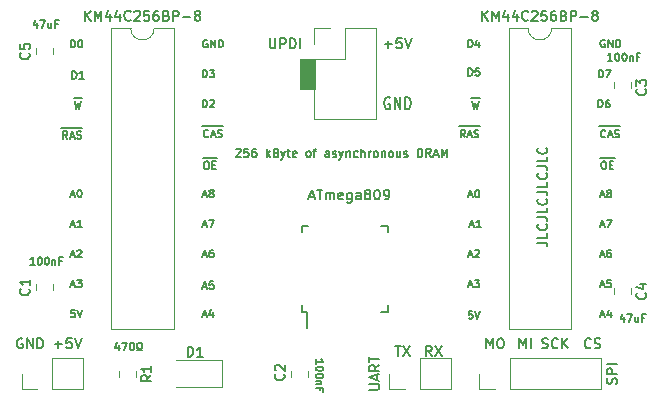
<source format=gto>
G04 #@! TF.GenerationSoftware,KiCad,Pcbnew,5.1.4*
G04 #@! TF.CreationDate,2019-11-08T16:48:00+01:00*
G04 #@! TF.ProjectId,AsyncDRAM,4173796e-6344-4524-914d-2e6b69636164,rev?*
G04 #@! TF.SameCoordinates,Original*
G04 #@! TF.FileFunction,Legend,Top*
G04 #@! TF.FilePolarity,Positive*
%FSLAX46Y46*%
G04 Gerber Fmt 4.6, Leading zero omitted, Abs format (unit mm)*
G04 Created by KiCad (PCBNEW 5.1.4) date 2019-11-08 16:48:00*
%MOMM*%
%LPD*%
G04 APERTURE LIST*
%ADD10C,0.150000*%
%ADD11C,0.100000*%
%ADD12C,0.120000*%
G04 APERTURE END LIST*
D10*
X34603266Y-174049266D02*
X34637133Y-174015400D01*
X34704866Y-173981533D01*
X34874200Y-173981533D01*
X34941933Y-174015400D01*
X34975800Y-174049266D01*
X35009666Y-174117000D01*
X35009666Y-174184733D01*
X34975800Y-174286333D01*
X34569400Y-174692733D01*
X35009666Y-174692733D01*
X35653133Y-173981533D02*
X35314466Y-173981533D01*
X35280600Y-174320200D01*
X35314466Y-174286333D01*
X35382200Y-174252466D01*
X35551533Y-174252466D01*
X35619266Y-174286333D01*
X35653133Y-174320200D01*
X35687000Y-174387933D01*
X35687000Y-174557266D01*
X35653133Y-174625000D01*
X35619266Y-174658866D01*
X35551533Y-174692733D01*
X35382200Y-174692733D01*
X35314466Y-174658866D01*
X35280600Y-174625000D01*
X36296600Y-173981533D02*
X36161133Y-173981533D01*
X36093400Y-174015400D01*
X36059533Y-174049266D01*
X35991800Y-174150866D01*
X35957933Y-174286333D01*
X35957933Y-174557266D01*
X35991800Y-174625000D01*
X36025666Y-174658866D01*
X36093400Y-174692733D01*
X36228866Y-174692733D01*
X36296600Y-174658866D01*
X36330466Y-174625000D01*
X36364333Y-174557266D01*
X36364333Y-174387933D01*
X36330466Y-174320200D01*
X36296600Y-174286333D01*
X36228866Y-174252466D01*
X36093400Y-174252466D01*
X36025666Y-174286333D01*
X35991800Y-174320200D01*
X35957933Y-174387933D01*
X37211000Y-174692733D02*
X37211000Y-173981533D01*
X37278733Y-174421800D02*
X37481933Y-174692733D01*
X37481933Y-174218600D02*
X37211000Y-174489533D01*
X38023800Y-174320200D02*
X38125400Y-174354066D01*
X38159266Y-174387933D01*
X38193133Y-174455666D01*
X38193133Y-174557266D01*
X38159266Y-174625000D01*
X38125400Y-174658866D01*
X38057666Y-174692733D01*
X37786733Y-174692733D01*
X37786733Y-173981533D01*
X38023800Y-173981533D01*
X38091533Y-174015400D01*
X38125400Y-174049266D01*
X38159266Y-174117000D01*
X38159266Y-174184733D01*
X38125400Y-174252466D01*
X38091533Y-174286333D01*
X38023800Y-174320200D01*
X37786733Y-174320200D01*
X38430200Y-174218600D02*
X38599533Y-174692733D01*
X38768866Y-174218600D02*
X38599533Y-174692733D01*
X38531800Y-174862066D01*
X38497933Y-174895933D01*
X38430200Y-174929800D01*
X38938200Y-174218600D02*
X39209133Y-174218600D01*
X39039800Y-173981533D02*
X39039800Y-174591133D01*
X39073666Y-174658866D01*
X39141400Y-174692733D01*
X39209133Y-174692733D01*
X39717133Y-174658866D02*
X39649400Y-174692733D01*
X39513933Y-174692733D01*
X39446200Y-174658866D01*
X39412333Y-174591133D01*
X39412333Y-174320200D01*
X39446200Y-174252466D01*
X39513933Y-174218600D01*
X39649400Y-174218600D01*
X39717133Y-174252466D01*
X39751000Y-174320200D01*
X39751000Y-174387933D01*
X39412333Y-174455666D01*
X40699266Y-174692733D02*
X40631533Y-174658866D01*
X40597666Y-174625000D01*
X40563800Y-174557266D01*
X40563800Y-174354066D01*
X40597666Y-174286333D01*
X40631533Y-174252466D01*
X40699266Y-174218600D01*
X40800866Y-174218600D01*
X40868600Y-174252466D01*
X40902466Y-174286333D01*
X40936333Y-174354066D01*
X40936333Y-174557266D01*
X40902466Y-174625000D01*
X40868600Y-174658866D01*
X40800866Y-174692733D01*
X40699266Y-174692733D01*
X41139533Y-174218600D02*
X41410466Y-174218600D01*
X41241133Y-174692733D02*
X41241133Y-174083133D01*
X41275000Y-174015400D01*
X41342733Y-173981533D01*
X41410466Y-173981533D01*
X42494200Y-174692733D02*
X42494200Y-174320200D01*
X42460333Y-174252466D01*
X42392600Y-174218600D01*
X42257133Y-174218600D01*
X42189400Y-174252466D01*
X42494200Y-174658866D02*
X42426466Y-174692733D01*
X42257133Y-174692733D01*
X42189400Y-174658866D01*
X42155533Y-174591133D01*
X42155533Y-174523400D01*
X42189400Y-174455666D01*
X42257133Y-174421800D01*
X42426466Y-174421800D01*
X42494200Y-174387933D01*
X42799000Y-174658866D02*
X42866733Y-174692733D01*
X43002200Y-174692733D01*
X43069933Y-174658866D01*
X43103800Y-174591133D01*
X43103800Y-174557266D01*
X43069933Y-174489533D01*
X43002200Y-174455666D01*
X42900600Y-174455666D01*
X42832866Y-174421800D01*
X42799000Y-174354066D01*
X42799000Y-174320200D01*
X42832866Y-174252466D01*
X42900600Y-174218600D01*
X43002200Y-174218600D01*
X43069933Y-174252466D01*
X43340866Y-174218600D02*
X43510200Y-174692733D01*
X43679533Y-174218600D02*
X43510200Y-174692733D01*
X43442466Y-174862066D01*
X43408600Y-174895933D01*
X43340866Y-174929800D01*
X43950466Y-174218600D02*
X43950466Y-174692733D01*
X43950466Y-174286333D02*
X43984333Y-174252466D01*
X44052066Y-174218600D01*
X44153666Y-174218600D01*
X44221400Y-174252466D01*
X44255266Y-174320200D01*
X44255266Y-174692733D01*
X44898733Y-174658866D02*
X44831000Y-174692733D01*
X44695533Y-174692733D01*
X44627800Y-174658866D01*
X44593933Y-174625000D01*
X44560066Y-174557266D01*
X44560066Y-174354066D01*
X44593933Y-174286333D01*
X44627800Y-174252466D01*
X44695533Y-174218600D01*
X44831000Y-174218600D01*
X44898733Y-174252466D01*
X45203533Y-174692733D02*
X45203533Y-173981533D01*
X45508333Y-174692733D02*
X45508333Y-174320200D01*
X45474466Y-174252466D01*
X45406733Y-174218600D01*
X45305133Y-174218600D01*
X45237400Y-174252466D01*
X45203533Y-174286333D01*
X45847000Y-174692733D02*
X45847000Y-174218600D01*
X45847000Y-174354066D02*
X45880866Y-174286333D01*
X45914733Y-174252466D01*
X45982466Y-174218600D01*
X46050200Y-174218600D01*
X46388866Y-174692733D02*
X46321133Y-174658866D01*
X46287266Y-174625000D01*
X46253400Y-174557266D01*
X46253400Y-174354066D01*
X46287266Y-174286333D01*
X46321133Y-174252466D01*
X46388866Y-174218600D01*
X46490466Y-174218600D01*
X46558200Y-174252466D01*
X46592066Y-174286333D01*
X46625933Y-174354066D01*
X46625933Y-174557266D01*
X46592066Y-174625000D01*
X46558200Y-174658866D01*
X46490466Y-174692733D01*
X46388866Y-174692733D01*
X46930733Y-174218600D02*
X46930733Y-174692733D01*
X46930733Y-174286333D02*
X46964600Y-174252466D01*
X47032333Y-174218600D01*
X47133933Y-174218600D01*
X47201666Y-174252466D01*
X47235533Y-174320200D01*
X47235533Y-174692733D01*
X47675800Y-174692733D02*
X47608066Y-174658866D01*
X47574200Y-174625000D01*
X47540333Y-174557266D01*
X47540333Y-174354066D01*
X47574200Y-174286333D01*
X47608066Y-174252466D01*
X47675800Y-174218600D01*
X47777400Y-174218600D01*
X47845133Y-174252466D01*
X47879000Y-174286333D01*
X47912866Y-174354066D01*
X47912866Y-174557266D01*
X47879000Y-174625000D01*
X47845133Y-174658866D01*
X47777400Y-174692733D01*
X47675800Y-174692733D01*
X48522466Y-174218600D02*
X48522466Y-174692733D01*
X48217666Y-174218600D02*
X48217666Y-174591133D01*
X48251533Y-174658866D01*
X48319266Y-174692733D01*
X48420866Y-174692733D01*
X48488600Y-174658866D01*
X48522466Y-174625000D01*
X48827266Y-174658866D02*
X48895000Y-174692733D01*
X49030466Y-174692733D01*
X49098200Y-174658866D01*
X49132066Y-174591133D01*
X49132066Y-174557266D01*
X49098200Y-174489533D01*
X49030466Y-174455666D01*
X48928866Y-174455666D01*
X48861133Y-174421800D01*
X48827266Y-174354066D01*
X48827266Y-174320200D01*
X48861133Y-174252466D01*
X48928866Y-174218600D01*
X49030466Y-174218600D01*
X49098200Y-174252466D01*
X49978733Y-174692733D02*
X49978733Y-173981533D01*
X50148066Y-173981533D01*
X50249666Y-174015400D01*
X50317400Y-174083133D01*
X50351266Y-174150866D01*
X50385133Y-174286333D01*
X50385133Y-174387933D01*
X50351266Y-174523400D01*
X50317400Y-174591133D01*
X50249666Y-174658866D01*
X50148066Y-174692733D01*
X49978733Y-174692733D01*
X51096333Y-174692733D02*
X50859266Y-174354066D01*
X50689933Y-174692733D02*
X50689933Y-173981533D01*
X50960866Y-173981533D01*
X51028600Y-174015400D01*
X51062466Y-174049266D01*
X51096333Y-174117000D01*
X51096333Y-174218600D01*
X51062466Y-174286333D01*
X51028600Y-174320200D01*
X50960866Y-174354066D01*
X50689933Y-174354066D01*
X51367266Y-174489533D02*
X51705933Y-174489533D01*
X51299533Y-174692733D02*
X51536600Y-173981533D01*
X51773666Y-174692733D01*
X52010733Y-174692733D02*
X52010733Y-173981533D01*
X52247800Y-174489533D01*
X52484866Y-173981533D01*
X52484866Y-174692733D01*
X65459428Y-188091233D02*
X65761809Y-188091233D01*
X65398952Y-188272661D02*
X65610619Y-187637661D01*
X65822285Y-188272661D01*
X66306095Y-187849328D02*
X66306095Y-188272661D01*
X66154904Y-187607423D02*
X66003714Y-188060995D01*
X66396809Y-188060995D01*
X65459428Y-185525833D02*
X65761809Y-185525833D01*
X65398952Y-185707261D02*
X65610619Y-185072261D01*
X65822285Y-185707261D01*
X66336333Y-185072261D02*
X66033952Y-185072261D01*
X66003714Y-185374642D01*
X66033952Y-185344404D01*
X66094428Y-185314166D01*
X66245619Y-185314166D01*
X66306095Y-185344404D01*
X66336333Y-185374642D01*
X66366571Y-185435119D01*
X66366571Y-185586309D01*
X66336333Y-185646785D01*
X66306095Y-185677023D01*
X66245619Y-185707261D01*
X66094428Y-185707261D01*
X66033952Y-185677023D01*
X66003714Y-185646785D01*
X65459428Y-182985833D02*
X65761809Y-182985833D01*
X65398952Y-183167261D02*
X65610619Y-182532261D01*
X65822285Y-183167261D01*
X66306095Y-182532261D02*
X66185142Y-182532261D01*
X66124666Y-182562500D01*
X66094428Y-182592738D01*
X66033952Y-182683452D01*
X66003714Y-182804404D01*
X66003714Y-183046309D01*
X66033952Y-183106785D01*
X66064190Y-183137023D01*
X66124666Y-183167261D01*
X66245619Y-183167261D01*
X66306095Y-183137023D01*
X66336333Y-183106785D01*
X66366571Y-183046309D01*
X66366571Y-182895119D01*
X66336333Y-182834642D01*
X66306095Y-182804404D01*
X66245619Y-182774166D01*
X66124666Y-182774166D01*
X66064190Y-182804404D01*
X66033952Y-182834642D01*
X66003714Y-182895119D01*
X65459428Y-180445833D02*
X65761809Y-180445833D01*
X65398952Y-180627261D02*
X65610619Y-179992261D01*
X65822285Y-180627261D01*
X65973476Y-179992261D02*
X66396809Y-179992261D01*
X66124666Y-180627261D01*
X65459428Y-177931233D02*
X65761809Y-177931233D01*
X65398952Y-178112661D02*
X65610619Y-177477661D01*
X65822285Y-178112661D01*
X66124666Y-177749804D02*
X66064190Y-177719566D01*
X66033952Y-177689328D01*
X66003714Y-177628852D01*
X66003714Y-177598614D01*
X66033952Y-177538138D01*
X66064190Y-177507900D01*
X66124666Y-177477661D01*
X66245619Y-177477661D01*
X66306095Y-177507900D01*
X66336333Y-177538138D01*
X66366571Y-177598614D01*
X66366571Y-177628852D01*
X66336333Y-177689328D01*
X66306095Y-177719566D01*
X66245619Y-177749804D01*
X66124666Y-177749804D01*
X66064190Y-177780042D01*
X66033952Y-177810280D01*
X66003714Y-177870757D01*
X66003714Y-177991709D01*
X66033952Y-178052185D01*
X66064190Y-178082423D01*
X66124666Y-178112661D01*
X66245619Y-178112661D01*
X66306095Y-178082423D01*
X66336333Y-178052185D01*
X66366571Y-177991709D01*
X66366571Y-177870757D01*
X66336333Y-177810280D01*
X66306095Y-177780042D01*
X66245619Y-177749804D01*
X65420119Y-174734800D02*
X66085357Y-174734800D01*
X65692261Y-175039261D02*
X65813214Y-175039261D01*
X65873690Y-175069500D01*
X65934166Y-175129976D01*
X65964404Y-175250928D01*
X65964404Y-175462595D01*
X65934166Y-175583547D01*
X65873690Y-175644023D01*
X65813214Y-175674261D01*
X65692261Y-175674261D01*
X65631785Y-175644023D01*
X65571309Y-175583547D01*
X65541071Y-175462595D01*
X65541071Y-175250928D01*
X65571309Y-175129976D01*
X65631785Y-175069500D01*
X65692261Y-175039261D01*
X66085357Y-174734800D02*
X66659880Y-174734800D01*
X66236547Y-175341642D02*
X66448214Y-175341642D01*
X66538928Y-175674261D02*
X66236547Y-175674261D01*
X66236547Y-175039261D01*
X66538928Y-175039261D01*
X65363876Y-172093200D02*
X65998876Y-172093200D01*
X65877923Y-172972185D02*
X65847685Y-173002423D01*
X65756971Y-173032661D01*
X65696495Y-173032661D01*
X65605780Y-173002423D01*
X65545304Y-172941947D01*
X65515066Y-172881471D01*
X65484828Y-172760519D01*
X65484828Y-172669804D01*
X65515066Y-172548852D01*
X65545304Y-172488376D01*
X65605780Y-172427900D01*
X65696495Y-172397661D01*
X65756971Y-172397661D01*
X65847685Y-172427900D01*
X65877923Y-172458138D01*
X65998876Y-172093200D02*
X66543161Y-172093200D01*
X66119828Y-172851233D02*
X66422209Y-172851233D01*
X66059352Y-173032661D02*
X66271019Y-172397661D01*
X66482685Y-173032661D01*
X66543161Y-172093200D02*
X67147923Y-172093200D01*
X66664114Y-173002423D02*
X66754828Y-173032661D01*
X66906019Y-173032661D01*
X66966495Y-173002423D01*
X66996733Y-172972185D01*
X67026971Y-172911709D01*
X67026971Y-172851233D01*
X66996733Y-172790757D01*
X66966495Y-172760519D01*
X66906019Y-172730280D01*
X66785066Y-172700042D01*
X66724590Y-172669804D01*
X66694352Y-172639566D01*
X66664114Y-172579090D01*
X66664114Y-172518614D01*
X66694352Y-172458138D01*
X66724590Y-172427900D01*
X66785066Y-172397661D01*
X66936257Y-172397661D01*
X67026971Y-172427900D01*
X65279209Y-170492661D02*
X65279209Y-169857661D01*
X65430400Y-169857661D01*
X65521114Y-169887900D01*
X65581590Y-169948376D01*
X65611828Y-170008852D01*
X65642066Y-170129804D01*
X65642066Y-170220519D01*
X65611828Y-170341471D01*
X65581590Y-170401947D01*
X65521114Y-170462423D01*
X65430400Y-170492661D01*
X65279209Y-170492661D01*
X66186352Y-169857661D02*
X66065400Y-169857661D01*
X66004923Y-169887900D01*
X65974685Y-169918138D01*
X65914209Y-170008852D01*
X65883971Y-170129804D01*
X65883971Y-170371709D01*
X65914209Y-170432185D01*
X65944447Y-170462423D01*
X66004923Y-170492661D01*
X66125876Y-170492661D01*
X66186352Y-170462423D01*
X66216590Y-170432185D01*
X66246828Y-170371709D01*
X66246828Y-170220519D01*
X66216590Y-170160042D01*
X66186352Y-170129804D01*
X66125876Y-170099566D01*
X66004923Y-170099566D01*
X65944447Y-170129804D01*
X65914209Y-170160042D01*
X65883971Y-170220519D01*
X65317309Y-167952661D02*
X65317309Y-167317661D01*
X65468500Y-167317661D01*
X65559214Y-167347900D01*
X65619690Y-167408376D01*
X65649928Y-167468852D01*
X65680166Y-167589804D01*
X65680166Y-167680519D01*
X65649928Y-167801471D01*
X65619690Y-167861947D01*
X65559214Y-167922423D01*
X65468500Y-167952661D01*
X65317309Y-167952661D01*
X65891833Y-167317661D02*
X66315166Y-167317661D01*
X66043023Y-167952661D01*
X65810190Y-164782500D02*
X65749714Y-164752261D01*
X65659000Y-164752261D01*
X65568285Y-164782500D01*
X65507809Y-164842976D01*
X65477571Y-164903452D01*
X65447333Y-165024404D01*
X65447333Y-165115119D01*
X65477571Y-165236071D01*
X65507809Y-165296547D01*
X65568285Y-165357023D01*
X65659000Y-165387261D01*
X65719476Y-165387261D01*
X65810190Y-165357023D01*
X65840428Y-165326785D01*
X65840428Y-165115119D01*
X65719476Y-165115119D01*
X66112571Y-165387261D02*
X66112571Y-164752261D01*
X66475428Y-165387261D01*
X66475428Y-164752261D01*
X66777809Y-165387261D02*
X66777809Y-164752261D01*
X66929000Y-164752261D01*
X67019714Y-164782500D01*
X67080190Y-164842976D01*
X67110428Y-164903452D01*
X67140666Y-165024404D01*
X67140666Y-165115119D01*
X67110428Y-165236071D01*
X67080190Y-165296547D01*
X67019714Y-165357023D01*
X66929000Y-165387261D01*
X66777809Y-165387261D01*
X54616047Y-187739261D02*
X54313666Y-187739261D01*
X54283428Y-188041642D01*
X54313666Y-188011404D01*
X54374142Y-187981166D01*
X54525333Y-187981166D01*
X54585809Y-188011404D01*
X54616047Y-188041642D01*
X54646285Y-188102119D01*
X54646285Y-188253309D01*
X54616047Y-188313785D01*
X54585809Y-188344023D01*
X54525333Y-188374261D01*
X54374142Y-188374261D01*
X54313666Y-188344023D01*
X54283428Y-188313785D01*
X54827714Y-187739261D02*
X55039380Y-188374261D01*
X55251047Y-187739261D01*
X54283428Y-185525833D02*
X54585809Y-185525833D01*
X54222952Y-185707261D02*
X54434619Y-185072261D01*
X54646285Y-185707261D01*
X54797476Y-185072261D02*
X55190571Y-185072261D01*
X54978904Y-185314166D01*
X55069619Y-185314166D01*
X55130095Y-185344404D01*
X55160333Y-185374642D01*
X55190571Y-185435119D01*
X55190571Y-185586309D01*
X55160333Y-185646785D01*
X55130095Y-185677023D01*
X55069619Y-185707261D01*
X54888190Y-185707261D01*
X54827714Y-185677023D01*
X54797476Y-185646785D01*
X54283428Y-182985833D02*
X54585809Y-182985833D01*
X54222952Y-183167261D02*
X54434619Y-182532261D01*
X54646285Y-183167261D01*
X54827714Y-182592738D02*
X54857952Y-182562500D01*
X54918428Y-182532261D01*
X55069619Y-182532261D01*
X55130095Y-182562500D01*
X55160333Y-182592738D01*
X55190571Y-182653214D01*
X55190571Y-182713690D01*
X55160333Y-182804404D01*
X54797476Y-183167261D01*
X55190571Y-183167261D01*
X54410428Y-180471233D02*
X54712809Y-180471233D01*
X54349952Y-180652661D02*
X54561619Y-180017661D01*
X54773285Y-180652661D01*
X55317571Y-180652661D02*
X54954714Y-180652661D01*
X55136142Y-180652661D02*
X55136142Y-180017661D01*
X55075666Y-180108376D01*
X55015190Y-180168852D01*
X54954714Y-180199090D01*
X54283428Y-177931233D02*
X54585809Y-177931233D01*
X54222952Y-178112661D02*
X54434619Y-177477661D01*
X54646285Y-178112661D01*
X54978904Y-177477661D02*
X55039380Y-177477661D01*
X55099857Y-177507900D01*
X55130095Y-177538138D01*
X55160333Y-177598614D01*
X55190571Y-177719566D01*
X55190571Y-177870757D01*
X55160333Y-177991709D01*
X55130095Y-178052185D01*
X55099857Y-178082423D01*
X55039380Y-178112661D01*
X54978904Y-178112661D01*
X54918428Y-178082423D01*
X54888190Y-178052185D01*
X54857952Y-177991709D01*
X54827714Y-177870757D01*
X54827714Y-177719566D01*
X54857952Y-177598614D01*
X54888190Y-177538138D01*
X54918428Y-177507900D01*
X54978904Y-177477661D01*
X53463976Y-172093200D02*
X54098976Y-172093200D01*
X53978023Y-173032661D02*
X53766357Y-172730280D01*
X53615166Y-173032661D02*
X53615166Y-172397661D01*
X53857071Y-172397661D01*
X53917547Y-172427900D01*
X53947785Y-172458138D01*
X53978023Y-172518614D01*
X53978023Y-172609328D01*
X53947785Y-172669804D01*
X53917547Y-172700042D01*
X53857071Y-172730280D01*
X53615166Y-172730280D01*
X54098976Y-172093200D02*
X54643261Y-172093200D01*
X54219928Y-172851233D02*
X54522309Y-172851233D01*
X54159452Y-173032661D02*
X54371119Y-172397661D01*
X54582785Y-173032661D01*
X54643261Y-172093200D02*
X55248023Y-172093200D01*
X54764214Y-173002423D02*
X54854928Y-173032661D01*
X55006119Y-173032661D01*
X55066595Y-173002423D01*
X55096833Y-172972185D01*
X55127071Y-172911709D01*
X55127071Y-172851233D01*
X55096833Y-172790757D01*
X55066595Y-172760519D01*
X55006119Y-172730280D01*
X54885166Y-172700042D01*
X54824690Y-172669804D01*
X54794452Y-172639566D01*
X54764214Y-172579090D01*
X54764214Y-172518614D01*
X54794452Y-172458138D01*
X54824690Y-172427900D01*
X54885166Y-172397661D01*
X55036357Y-172397661D01*
X55127071Y-172427900D01*
X54501142Y-169654800D02*
X55226857Y-169654800D01*
X54591857Y-169959261D02*
X54743047Y-170594261D01*
X54864000Y-170140690D01*
X54984952Y-170594261D01*
X55136142Y-169959261D01*
X54268309Y-167800261D02*
X54268309Y-167165261D01*
X54419500Y-167165261D01*
X54510214Y-167195500D01*
X54570690Y-167255976D01*
X54600928Y-167316452D01*
X54631166Y-167437404D01*
X54631166Y-167528119D01*
X54600928Y-167649071D01*
X54570690Y-167709547D01*
X54510214Y-167770023D01*
X54419500Y-167800261D01*
X54268309Y-167800261D01*
X55205690Y-167165261D02*
X54903309Y-167165261D01*
X54873071Y-167467642D01*
X54903309Y-167437404D01*
X54963785Y-167407166D01*
X55114976Y-167407166D01*
X55175452Y-167437404D01*
X55205690Y-167467642D01*
X55235928Y-167528119D01*
X55235928Y-167679309D01*
X55205690Y-167739785D01*
X55175452Y-167770023D01*
X55114976Y-167800261D01*
X54963785Y-167800261D01*
X54903309Y-167770023D01*
X54873071Y-167739785D01*
X54268309Y-165412661D02*
X54268309Y-164777661D01*
X54419500Y-164777661D01*
X54510214Y-164807900D01*
X54570690Y-164868376D01*
X54600928Y-164928852D01*
X54631166Y-165049804D01*
X54631166Y-165140519D01*
X54600928Y-165261471D01*
X54570690Y-165321947D01*
X54510214Y-165382423D01*
X54419500Y-165412661D01*
X54268309Y-165412661D01*
X55175452Y-164989328D02*
X55175452Y-165412661D01*
X55024261Y-164747423D02*
X54873071Y-165200995D01*
X55266166Y-165200995D01*
X31804428Y-188065833D02*
X32106809Y-188065833D01*
X31743952Y-188247261D02*
X31955619Y-187612261D01*
X32167285Y-188247261D01*
X32651095Y-187823928D02*
X32651095Y-188247261D01*
X32499904Y-187582023D02*
X32348714Y-188035595D01*
X32741809Y-188035595D01*
X31804428Y-185678233D02*
X32106809Y-185678233D01*
X31743952Y-185859661D02*
X31955619Y-185224661D01*
X32167285Y-185859661D01*
X32681333Y-185224661D02*
X32378952Y-185224661D01*
X32348714Y-185527042D01*
X32378952Y-185496804D01*
X32439428Y-185466566D01*
X32590619Y-185466566D01*
X32651095Y-185496804D01*
X32681333Y-185527042D01*
X32711571Y-185587519D01*
X32711571Y-185738709D01*
X32681333Y-185799185D01*
X32651095Y-185829423D01*
X32590619Y-185859661D01*
X32439428Y-185859661D01*
X32378952Y-185829423D01*
X32348714Y-185799185D01*
X31804428Y-182985833D02*
X32106809Y-182985833D01*
X31743952Y-183167261D02*
X31955619Y-182532261D01*
X32167285Y-183167261D01*
X32651095Y-182532261D02*
X32530142Y-182532261D01*
X32469666Y-182562500D01*
X32439428Y-182592738D01*
X32378952Y-182683452D01*
X32348714Y-182804404D01*
X32348714Y-183046309D01*
X32378952Y-183106785D01*
X32409190Y-183137023D01*
X32469666Y-183167261D01*
X32590619Y-183167261D01*
X32651095Y-183137023D01*
X32681333Y-183106785D01*
X32711571Y-183046309D01*
X32711571Y-182895119D01*
X32681333Y-182834642D01*
X32651095Y-182804404D01*
X32590619Y-182774166D01*
X32469666Y-182774166D01*
X32409190Y-182804404D01*
X32378952Y-182834642D01*
X32348714Y-182895119D01*
X31804428Y-180445833D02*
X32106809Y-180445833D01*
X31743952Y-180627261D02*
X31955619Y-179992261D01*
X32167285Y-180627261D01*
X32318476Y-179992261D02*
X32741809Y-179992261D01*
X32469666Y-180627261D01*
X31804428Y-177905833D02*
X32106809Y-177905833D01*
X31743952Y-178087261D02*
X31955619Y-177452261D01*
X32167285Y-178087261D01*
X32469666Y-177724404D02*
X32409190Y-177694166D01*
X32378952Y-177663928D01*
X32348714Y-177603452D01*
X32348714Y-177573214D01*
X32378952Y-177512738D01*
X32409190Y-177482500D01*
X32469666Y-177452261D01*
X32590619Y-177452261D01*
X32651095Y-177482500D01*
X32681333Y-177512738D01*
X32711571Y-177573214D01*
X32711571Y-177603452D01*
X32681333Y-177663928D01*
X32651095Y-177694166D01*
X32590619Y-177724404D01*
X32469666Y-177724404D01*
X32409190Y-177754642D01*
X32378952Y-177784880D01*
X32348714Y-177845357D01*
X32348714Y-177966309D01*
X32378952Y-178026785D01*
X32409190Y-178057023D01*
X32469666Y-178087261D01*
X32590619Y-178087261D01*
X32651095Y-178057023D01*
X32681333Y-178026785D01*
X32711571Y-177966309D01*
X32711571Y-177845357D01*
X32681333Y-177784880D01*
X32651095Y-177754642D01*
X32590619Y-177724404D01*
X31765119Y-174760200D02*
X32430357Y-174760200D01*
X32037261Y-175064661D02*
X32158214Y-175064661D01*
X32218690Y-175094900D01*
X32279166Y-175155376D01*
X32309404Y-175276328D01*
X32309404Y-175487995D01*
X32279166Y-175608947D01*
X32218690Y-175669423D01*
X32158214Y-175699661D01*
X32037261Y-175699661D01*
X31976785Y-175669423D01*
X31916309Y-175608947D01*
X31886071Y-175487995D01*
X31886071Y-175276328D01*
X31916309Y-175155376D01*
X31976785Y-175094900D01*
X32037261Y-175064661D01*
X32430357Y-174760200D02*
X33004880Y-174760200D01*
X32581547Y-175367042D02*
X32793214Y-175367042D01*
X32883928Y-175699661D02*
X32581547Y-175699661D01*
X32581547Y-175064661D01*
X32883928Y-175064661D01*
X31746976Y-172067800D02*
X32381976Y-172067800D01*
X32261023Y-172946785D02*
X32230785Y-172977023D01*
X32140071Y-173007261D01*
X32079595Y-173007261D01*
X31988880Y-172977023D01*
X31928404Y-172916547D01*
X31898166Y-172856071D01*
X31867928Y-172735119D01*
X31867928Y-172644404D01*
X31898166Y-172523452D01*
X31928404Y-172462976D01*
X31988880Y-172402500D01*
X32079595Y-172372261D01*
X32140071Y-172372261D01*
X32230785Y-172402500D01*
X32261023Y-172432738D01*
X32381976Y-172067800D02*
X32926261Y-172067800D01*
X32502928Y-172825833D02*
X32805309Y-172825833D01*
X32442452Y-173007261D02*
X32654119Y-172372261D01*
X32865785Y-173007261D01*
X32926261Y-172067800D02*
X33531023Y-172067800D01*
X33047214Y-172977023D02*
X33137928Y-173007261D01*
X33289119Y-173007261D01*
X33349595Y-172977023D01*
X33379833Y-172946785D01*
X33410071Y-172886309D01*
X33410071Y-172825833D01*
X33379833Y-172765357D01*
X33349595Y-172735119D01*
X33289119Y-172704880D01*
X33168166Y-172674642D01*
X33107690Y-172644404D01*
X33077452Y-172614166D01*
X33047214Y-172553690D01*
X33047214Y-172493214D01*
X33077452Y-172432738D01*
X33107690Y-172402500D01*
X33168166Y-172372261D01*
X33319357Y-172372261D01*
X33410071Y-172402500D01*
X31789309Y-170467261D02*
X31789309Y-169832261D01*
X31940500Y-169832261D01*
X32031214Y-169862500D01*
X32091690Y-169922976D01*
X32121928Y-169983452D01*
X32152166Y-170104404D01*
X32152166Y-170195119D01*
X32121928Y-170316071D01*
X32091690Y-170376547D01*
X32031214Y-170437023D01*
X31940500Y-170467261D01*
X31789309Y-170467261D01*
X32394071Y-169892738D02*
X32424309Y-169862500D01*
X32484785Y-169832261D01*
X32635976Y-169832261D01*
X32696452Y-169862500D01*
X32726690Y-169892738D01*
X32756928Y-169953214D01*
X32756928Y-170013690D01*
X32726690Y-170104404D01*
X32363833Y-170467261D01*
X32756928Y-170467261D01*
X31789309Y-167927261D02*
X31789309Y-167292261D01*
X31940500Y-167292261D01*
X32031214Y-167322500D01*
X32091690Y-167382976D01*
X32121928Y-167443452D01*
X32152166Y-167564404D01*
X32152166Y-167655119D01*
X32121928Y-167776071D01*
X32091690Y-167836547D01*
X32031214Y-167897023D01*
X31940500Y-167927261D01*
X31789309Y-167927261D01*
X32363833Y-167292261D02*
X32756928Y-167292261D01*
X32545261Y-167534166D01*
X32635976Y-167534166D01*
X32696452Y-167564404D01*
X32726690Y-167594642D01*
X32756928Y-167655119D01*
X32756928Y-167806309D01*
X32726690Y-167866785D01*
X32696452Y-167897023D01*
X32635976Y-167927261D01*
X32454547Y-167927261D01*
X32394071Y-167897023D01*
X32363833Y-167866785D01*
X32155190Y-164807900D02*
X32094714Y-164777661D01*
X32004000Y-164777661D01*
X31913285Y-164807900D01*
X31852809Y-164868376D01*
X31822571Y-164928852D01*
X31792333Y-165049804D01*
X31792333Y-165140519D01*
X31822571Y-165261471D01*
X31852809Y-165321947D01*
X31913285Y-165382423D01*
X32004000Y-165412661D01*
X32064476Y-165412661D01*
X32155190Y-165382423D01*
X32185428Y-165352185D01*
X32185428Y-165140519D01*
X32064476Y-165140519D01*
X32457571Y-165412661D02*
X32457571Y-164777661D01*
X32820428Y-165412661D01*
X32820428Y-164777661D01*
X33122809Y-165412661D02*
X33122809Y-164777661D01*
X33274000Y-164777661D01*
X33364714Y-164807900D01*
X33425190Y-164868376D01*
X33455428Y-164928852D01*
X33485666Y-165049804D01*
X33485666Y-165140519D01*
X33455428Y-165261471D01*
X33425190Y-165321947D01*
X33364714Y-165382423D01*
X33274000Y-165412661D01*
X33122809Y-165412661D01*
X20961047Y-187612261D02*
X20658666Y-187612261D01*
X20628428Y-187914642D01*
X20658666Y-187884404D01*
X20719142Y-187854166D01*
X20870333Y-187854166D01*
X20930809Y-187884404D01*
X20961047Y-187914642D01*
X20991285Y-187975119D01*
X20991285Y-188126309D01*
X20961047Y-188186785D01*
X20930809Y-188217023D01*
X20870333Y-188247261D01*
X20719142Y-188247261D01*
X20658666Y-188217023D01*
X20628428Y-188186785D01*
X21172714Y-187612261D02*
X21384380Y-188247261D01*
X21596047Y-187612261D01*
X20628428Y-185525833D02*
X20930809Y-185525833D01*
X20567952Y-185707261D02*
X20779619Y-185072261D01*
X20991285Y-185707261D01*
X21142476Y-185072261D02*
X21535571Y-185072261D01*
X21323904Y-185314166D01*
X21414619Y-185314166D01*
X21475095Y-185344404D01*
X21505333Y-185374642D01*
X21535571Y-185435119D01*
X21535571Y-185586309D01*
X21505333Y-185646785D01*
X21475095Y-185677023D01*
X21414619Y-185707261D01*
X21233190Y-185707261D01*
X21172714Y-185677023D01*
X21142476Y-185646785D01*
X20628428Y-183011233D02*
X20930809Y-183011233D01*
X20567952Y-183192661D02*
X20779619Y-182557661D01*
X20991285Y-183192661D01*
X21172714Y-182618138D02*
X21202952Y-182587900D01*
X21263428Y-182557661D01*
X21414619Y-182557661D01*
X21475095Y-182587900D01*
X21505333Y-182618138D01*
X21535571Y-182678614D01*
X21535571Y-182739090D01*
X21505333Y-182829804D01*
X21142476Y-183192661D01*
X21535571Y-183192661D01*
X20628428Y-180471233D02*
X20930809Y-180471233D01*
X20567952Y-180652661D02*
X20779619Y-180017661D01*
X20991285Y-180652661D01*
X21535571Y-180652661D02*
X21172714Y-180652661D01*
X21354142Y-180652661D02*
X21354142Y-180017661D01*
X21293666Y-180108376D01*
X21233190Y-180168852D01*
X21172714Y-180199090D01*
X20628428Y-177905833D02*
X20930809Y-177905833D01*
X20567952Y-178087261D02*
X20779619Y-177452261D01*
X20991285Y-178087261D01*
X21323904Y-177452261D02*
X21384380Y-177452261D01*
X21444857Y-177482500D01*
X21475095Y-177512738D01*
X21505333Y-177573214D01*
X21535571Y-177694166D01*
X21535571Y-177845357D01*
X21505333Y-177966309D01*
X21475095Y-178026785D01*
X21444857Y-178057023D01*
X21384380Y-178087261D01*
X21323904Y-178087261D01*
X21263428Y-178057023D01*
X21233190Y-178026785D01*
X21202952Y-177966309D01*
X21172714Y-177845357D01*
X21172714Y-177694166D01*
X21202952Y-177573214D01*
X21233190Y-177512738D01*
X21263428Y-177482500D01*
X21323904Y-177452261D01*
X19808976Y-172194800D02*
X20443976Y-172194800D01*
X20323023Y-173134261D02*
X20111357Y-172831880D01*
X19960166Y-173134261D02*
X19960166Y-172499261D01*
X20202071Y-172499261D01*
X20262547Y-172529500D01*
X20292785Y-172559738D01*
X20323023Y-172620214D01*
X20323023Y-172710928D01*
X20292785Y-172771404D01*
X20262547Y-172801642D01*
X20202071Y-172831880D01*
X19960166Y-172831880D01*
X20443976Y-172194800D02*
X20988261Y-172194800D01*
X20564928Y-172952833D02*
X20867309Y-172952833D01*
X20504452Y-173134261D02*
X20716119Y-172499261D01*
X20927785Y-173134261D01*
X20988261Y-172194800D02*
X21593023Y-172194800D01*
X21109214Y-173104023D02*
X21199928Y-173134261D01*
X21351119Y-173134261D01*
X21411595Y-173104023D01*
X21441833Y-173073785D01*
X21472071Y-173013309D01*
X21472071Y-172952833D01*
X21441833Y-172892357D01*
X21411595Y-172862119D01*
X21351119Y-172831880D01*
X21230166Y-172801642D01*
X21169690Y-172771404D01*
X21139452Y-172741166D01*
X21109214Y-172680690D01*
X21109214Y-172620214D01*
X21139452Y-172559738D01*
X21169690Y-172529500D01*
X21230166Y-172499261D01*
X21381357Y-172499261D01*
X21472071Y-172529500D01*
X20846142Y-169654800D02*
X21571857Y-169654800D01*
X20936857Y-169959261D02*
X21088047Y-170594261D01*
X21209000Y-170140690D01*
X21329952Y-170594261D01*
X21481142Y-169959261D01*
X20740309Y-168054261D02*
X20740309Y-167419261D01*
X20891500Y-167419261D01*
X20982214Y-167449500D01*
X21042690Y-167509976D01*
X21072928Y-167570452D01*
X21103166Y-167691404D01*
X21103166Y-167782119D01*
X21072928Y-167903071D01*
X21042690Y-167963547D01*
X20982214Y-168024023D01*
X20891500Y-168054261D01*
X20740309Y-168054261D01*
X21707928Y-168054261D02*
X21345071Y-168054261D01*
X21526500Y-168054261D02*
X21526500Y-167419261D01*
X21466023Y-167509976D01*
X21405547Y-167570452D01*
X21345071Y-167600690D01*
X20613309Y-165412661D02*
X20613309Y-164777661D01*
X20764500Y-164777661D01*
X20855214Y-164807900D01*
X20915690Y-164868376D01*
X20945928Y-164928852D01*
X20976166Y-165049804D01*
X20976166Y-165140519D01*
X20945928Y-165261471D01*
X20915690Y-165321947D01*
X20855214Y-165382423D01*
X20764500Y-165412661D01*
X20613309Y-165412661D01*
X21369261Y-164777661D02*
X21429738Y-164777661D01*
X21490214Y-164807900D01*
X21520452Y-164838138D01*
X21550690Y-164898614D01*
X21580928Y-165019566D01*
X21580928Y-165170757D01*
X21550690Y-165291709D01*
X21520452Y-165352185D01*
X21490214Y-165382423D01*
X21429738Y-165412661D01*
X21369261Y-165412661D01*
X21308785Y-165382423D01*
X21278547Y-165352185D01*
X21248309Y-165291709D01*
X21218071Y-165170757D01*
X21218071Y-165019566D01*
X21248309Y-164898614D01*
X21278547Y-164838138D01*
X21308785Y-164807900D01*
X21369261Y-164777661D01*
X60119985Y-181925685D02*
X60718700Y-181925685D01*
X60838442Y-181965600D01*
X60918271Y-182045428D01*
X60958185Y-182165171D01*
X60958185Y-182245000D01*
X60958185Y-181127400D02*
X60958185Y-181526542D01*
X60119985Y-181526542D01*
X60878357Y-180369028D02*
X60918271Y-180408942D01*
X60958185Y-180528685D01*
X60958185Y-180608514D01*
X60918271Y-180728257D01*
X60838442Y-180808085D01*
X60758614Y-180848000D01*
X60598957Y-180887914D01*
X60479214Y-180887914D01*
X60319557Y-180848000D01*
X60239728Y-180808085D01*
X60159900Y-180728257D01*
X60119985Y-180608514D01*
X60119985Y-180528685D01*
X60159900Y-180408942D01*
X60199814Y-180369028D01*
X60119985Y-179770314D02*
X60718700Y-179770314D01*
X60838442Y-179810228D01*
X60918271Y-179890057D01*
X60958185Y-180009800D01*
X60958185Y-180089628D01*
X60958185Y-178972028D02*
X60958185Y-179371171D01*
X60119985Y-179371171D01*
X60878357Y-178213657D02*
X60918271Y-178253571D01*
X60958185Y-178373314D01*
X60958185Y-178453142D01*
X60918271Y-178572885D01*
X60838442Y-178652714D01*
X60758614Y-178692628D01*
X60598957Y-178732542D01*
X60479214Y-178732542D01*
X60319557Y-178692628D01*
X60239728Y-178652714D01*
X60159900Y-178572885D01*
X60119985Y-178453142D01*
X60119985Y-178373314D01*
X60159900Y-178253571D01*
X60199814Y-178213657D01*
X60119985Y-177614942D02*
X60718700Y-177614942D01*
X60838442Y-177654857D01*
X60918271Y-177734685D01*
X60958185Y-177854428D01*
X60958185Y-177934257D01*
X60958185Y-176816657D02*
X60958185Y-177215800D01*
X60119985Y-177215800D01*
X60878357Y-176058285D02*
X60918271Y-176098200D01*
X60958185Y-176217942D01*
X60958185Y-176297771D01*
X60918271Y-176417514D01*
X60838442Y-176497342D01*
X60758614Y-176537257D01*
X60598957Y-176577171D01*
X60479214Y-176577171D01*
X60319557Y-176537257D01*
X60239728Y-176497342D01*
X60159900Y-176417514D01*
X60119985Y-176297771D01*
X60119985Y-176217942D01*
X60159900Y-176098200D01*
X60199814Y-176058285D01*
X60119985Y-175459571D02*
X60718700Y-175459571D01*
X60838442Y-175499485D01*
X60918271Y-175579314D01*
X60958185Y-175699057D01*
X60958185Y-175778885D01*
X60958185Y-174661285D02*
X60958185Y-175060428D01*
X60119985Y-175060428D01*
X60878357Y-173902914D02*
X60918271Y-173942828D01*
X60958185Y-174062571D01*
X60958185Y-174142400D01*
X60918271Y-174262142D01*
X60838442Y-174341971D01*
X60758614Y-174381885D01*
X60598957Y-174421800D01*
X60479214Y-174421800D01*
X60319557Y-174381885D01*
X60239728Y-174341971D01*
X60159900Y-174262142D01*
X60119985Y-174142400D01*
X60119985Y-174062571D01*
X60159900Y-173942828D01*
X60199814Y-173902914D01*
X41368738Y-192184261D02*
X41368738Y-191821404D01*
X41368738Y-192002833D02*
X42003738Y-192002833D01*
X41913023Y-191942357D01*
X41852547Y-191881880D01*
X41822309Y-191821404D01*
X42003738Y-192577357D02*
X42003738Y-192637833D01*
X41973500Y-192698309D01*
X41943261Y-192728547D01*
X41882785Y-192758785D01*
X41761833Y-192789023D01*
X41610642Y-192789023D01*
X41489690Y-192758785D01*
X41429214Y-192728547D01*
X41398976Y-192698309D01*
X41368738Y-192637833D01*
X41368738Y-192577357D01*
X41398976Y-192516880D01*
X41429214Y-192486642D01*
X41489690Y-192456404D01*
X41610642Y-192426166D01*
X41761833Y-192426166D01*
X41882785Y-192456404D01*
X41943261Y-192486642D01*
X41973500Y-192516880D01*
X42003738Y-192577357D01*
X42003738Y-193182119D02*
X42003738Y-193242595D01*
X41973500Y-193303071D01*
X41943261Y-193333309D01*
X41882785Y-193363547D01*
X41761833Y-193393785D01*
X41610642Y-193393785D01*
X41489690Y-193363547D01*
X41429214Y-193333309D01*
X41398976Y-193303071D01*
X41368738Y-193242595D01*
X41368738Y-193182119D01*
X41398976Y-193121642D01*
X41429214Y-193091404D01*
X41489690Y-193061166D01*
X41610642Y-193030928D01*
X41761833Y-193030928D01*
X41882785Y-193061166D01*
X41943261Y-193091404D01*
X41973500Y-193121642D01*
X42003738Y-193182119D01*
X41792071Y-193665928D02*
X41368738Y-193665928D01*
X41731595Y-193665928D02*
X41761833Y-193696166D01*
X41792071Y-193756642D01*
X41792071Y-193847357D01*
X41761833Y-193907833D01*
X41701357Y-193938071D01*
X41368738Y-193938071D01*
X41701357Y-194452119D02*
X41701357Y-194240452D01*
X41368738Y-194240452D02*
X42003738Y-194240452D01*
X42003738Y-194542833D01*
X24680333Y-190617928D02*
X24680333Y-191041261D01*
X24529142Y-190376023D02*
X24377952Y-190829595D01*
X24771047Y-190829595D01*
X24952476Y-190406261D02*
X25375809Y-190406261D01*
X25103666Y-191041261D01*
X25738666Y-190406261D02*
X25799142Y-190406261D01*
X25859619Y-190436500D01*
X25889857Y-190466738D01*
X25920095Y-190527214D01*
X25950333Y-190648166D01*
X25950333Y-190799357D01*
X25920095Y-190920309D01*
X25889857Y-190980785D01*
X25859619Y-191011023D01*
X25799142Y-191041261D01*
X25738666Y-191041261D01*
X25678190Y-191011023D01*
X25647952Y-190980785D01*
X25617714Y-190920309D01*
X25587476Y-190799357D01*
X25587476Y-190648166D01*
X25617714Y-190527214D01*
X25647952Y-190466738D01*
X25678190Y-190436500D01*
X25738666Y-190406261D01*
X26192238Y-191041261D02*
X26343428Y-191041261D01*
X26343428Y-190920309D01*
X26282952Y-190890071D01*
X26222476Y-190829595D01*
X26192238Y-190738880D01*
X26192238Y-190587690D01*
X26222476Y-190496976D01*
X26282952Y-190436500D01*
X26373666Y-190406261D01*
X26494619Y-190406261D01*
X26585333Y-190436500D01*
X26645809Y-190496976D01*
X26676047Y-190587690D01*
X26676047Y-190738880D01*
X26645809Y-190829595D01*
X26585333Y-190890071D01*
X26524857Y-190920309D01*
X26524857Y-191041261D01*
X26676047Y-191041261D01*
X17559261Y-183802261D02*
X17196404Y-183802261D01*
X17377833Y-183802261D02*
X17377833Y-183167261D01*
X17317357Y-183257976D01*
X17256880Y-183318452D01*
X17196404Y-183348690D01*
X17952357Y-183167261D02*
X18012833Y-183167261D01*
X18073309Y-183197500D01*
X18103547Y-183227738D01*
X18133785Y-183288214D01*
X18164023Y-183409166D01*
X18164023Y-183560357D01*
X18133785Y-183681309D01*
X18103547Y-183741785D01*
X18073309Y-183772023D01*
X18012833Y-183802261D01*
X17952357Y-183802261D01*
X17891880Y-183772023D01*
X17861642Y-183741785D01*
X17831404Y-183681309D01*
X17801166Y-183560357D01*
X17801166Y-183409166D01*
X17831404Y-183288214D01*
X17861642Y-183227738D01*
X17891880Y-183197500D01*
X17952357Y-183167261D01*
X18557119Y-183167261D02*
X18617595Y-183167261D01*
X18678071Y-183197500D01*
X18708309Y-183227738D01*
X18738547Y-183288214D01*
X18768785Y-183409166D01*
X18768785Y-183560357D01*
X18738547Y-183681309D01*
X18708309Y-183741785D01*
X18678071Y-183772023D01*
X18617595Y-183802261D01*
X18557119Y-183802261D01*
X18496642Y-183772023D01*
X18466404Y-183741785D01*
X18436166Y-183681309D01*
X18405928Y-183560357D01*
X18405928Y-183409166D01*
X18436166Y-183288214D01*
X18466404Y-183227738D01*
X18496642Y-183197500D01*
X18557119Y-183167261D01*
X19040928Y-183378928D02*
X19040928Y-183802261D01*
X19040928Y-183439404D02*
X19071166Y-183409166D01*
X19131642Y-183378928D01*
X19222357Y-183378928D01*
X19282833Y-183409166D01*
X19313071Y-183469642D01*
X19313071Y-183802261D01*
X19827119Y-183469642D02*
X19615452Y-183469642D01*
X19615452Y-183802261D02*
X19615452Y-183167261D01*
X19917833Y-183167261D01*
X66454261Y-166530261D02*
X66091404Y-166530261D01*
X66272833Y-166530261D02*
X66272833Y-165895261D01*
X66212357Y-165985976D01*
X66151880Y-166046452D01*
X66091404Y-166076690D01*
X66847357Y-165895261D02*
X66907833Y-165895261D01*
X66968309Y-165925500D01*
X66998547Y-165955738D01*
X67028785Y-166016214D01*
X67059023Y-166137166D01*
X67059023Y-166288357D01*
X67028785Y-166409309D01*
X66998547Y-166469785D01*
X66968309Y-166500023D01*
X66907833Y-166530261D01*
X66847357Y-166530261D01*
X66786880Y-166500023D01*
X66756642Y-166469785D01*
X66726404Y-166409309D01*
X66696166Y-166288357D01*
X66696166Y-166137166D01*
X66726404Y-166016214D01*
X66756642Y-165955738D01*
X66786880Y-165925500D01*
X66847357Y-165895261D01*
X67452119Y-165895261D02*
X67512595Y-165895261D01*
X67573071Y-165925500D01*
X67603309Y-165955738D01*
X67633547Y-166016214D01*
X67663785Y-166137166D01*
X67663785Y-166288357D01*
X67633547Y-166409309D01*
X67603309Y-166469785D01*
X67573071Y-166500023D01*
X67512595Y-166530261D01*
X67452119Y-166530261D01*
X67391642Y-166500023D01*
X67361404Y-166469785D01*
X67331166Y-166409309D01*
X67300928Y-166288357D01*
X67300928Y-166137166D01*
X67331166Y-166016214D01*
X67361404Y-165955738D01*
X67391642Y-165925500D01*
X67452119Y-165895261D01*
X67935928Y-166106928D02*
X67935928Y-166530261D01*
X67935928Y-166167404D02*
X67966166Y-166137166D01*
X68026642Y-166106928D01*
X68117357Y-166106928D01*
X68177833Y-166137166D01*
X68208071Y-166197642D01*
X68208071Y-166530261D01*
X68722119Y-166197642D02*
X68510452Y-166197642D01*
X68510452Y-166530261D02*
X68510452Y-165895261D01*
X68812833Y-165895261D01*
X67458166Y-188217628D02*
X67458166Y-188640961D01*
X67306976Y-187975723D02*
X67155785Y-188429295D01*
X67548880Y-188429295D01*
X67730309Y-188005961D02*
X68153642Y-188005961D01*
X67881500Y-188640961D01*
X68667690Y-188217628D02*
X68667690Y-188640961D01*
X68395547Y-188217628D02*
X68395547Y-188550247D01*
X68425785Y-188610723D01*
X68486261Y-188640961D01*
X68576976Y-188640961D01*
X68637452Y-188610723D01*
X68667690Y-188580485D01*
X69181738Y-188308342D02*
X68970071Y-188308342D01*
X68970071Y-188640961D02*
X68970071Y-188005961D01*
X69272452Y-188005961D01*
X17763066Y-163338328D02*
X17763066Y-163761661D01*
X17611876Y-163096423D02*
X17460685Y-163549995D01*
X17853780Y-163549995D01*
X18035209Y-163126661D02*
X18458542Y-163126661D01*
X18186400Y-163761661D01*
X18972590Y-163338328D02*
X18972590Y-163761661D01*
X18700447Y-163338328D02*
X18700447Y-163670947D01*
X18730685Y-163731423D01*
X18791161Y-163761661D01*
X18881876Y-163761661D01*
X18942352Y-163731423D01*
X18972590Y-163701185D01*
X19486638Y-163429042D02*
X19274971Y-163429042D01*
X19274971Y-163761661D02*
X19274971Y-163126661D01*
X19577352Y-163126661D01*
D11*
G36*
X41275000Y-168910000D02*
G01*
X40005000Y-168910000D01*
X40005000Y-166370000D01*
X41275000Y-166370000D01*
X41275000Y-168910000D01*
G37*
X41275000Y-168910000D02*
X40005000Y-168910000D01*
X40005000Y-166370000D01*
X41275000Y-166370000D01*
X41275000Y-168910000D01*
D10*
X37457742Y-164640985D02*
X37457742Y-165319528D01*
X37497657Y-165399357D01*
X37537571Y-165439271D01*
X37617400Y-165479185D01*
X37777057Y-165479185D01*
X37856885Y-165439271D01*
X37896800Y-165399357D01*
X37936714Y-165319528D01*
X37936714Y-164640985D01*
X38335857Y-165479185D02*
X38335857Y-164640985D01*
X38655171Y-164640985D01*
X38735000Y-164680900D01*
X38774914Y-164720814D01*
X38814828Y-164800642D01*
X38814828Y-164920385D01*
X38774914Y-165000214D01*
X38735000Y-165040128D01*
X38655171Y-165080042D01*
X38335857Y-165080042D01*
X39174057Y-165479185D02*
X39174057Y-164640985D01*
X39373628Y-164640985D01*
X39493371Y-164680900D01*
X39573200Y-164760728D01*
X39613114Y-164840557D01*
X39653028Y-165000214D01*
X39653028Y-165119957D01*
X39613114Y-165279614D01*
X39573200Y-165359442D01*
X39493371Y-165439271D01*
X39373628Y-165479185D01*
X39174057Y-165479185D01*
X40012257Y-165479185D02*
X40012257Y-164640985D01*
X47621371Y-169680000D02*
X47541542Y-169632380D01*
X47421800Y-169632380D01*
X47302057Y-169680000D01*
X47222228Y-169775238D01*
X47182314Y-169870476D01*
X47142400Y-170060952D01*
X47142400Y-170203809D01*
X47182314Y-170394285D01*
X47222228Y-170489523D01*
X47302057Y-170584761D01*
X47421800Y-170632380D01*
X47501628Y-170632380D01*
X47621371Y-170584761D01*
X47661285Y-170537142D01*
X47661285Y-170203809D01*
X47501628Y-170203809D01*
X48020514Y-170632380D02*
X48020514Y-169632380D01*
X48499485Y-170632380D01*
X48499485Y-169632380D01*
X48898628Y-170632380D02*
X48898628Y-169632380D01*
X49098200Y-169632380D01*
X49217942Y-169680000D01*
X49297771Y-169775238D01*
X49337685Y-169870476D01*
X49377600Y-170060952D01*
X49377600Y-170203809D01*
X49337685Y-170394285D01*
X49297771Y-170489523D01*
X49217942Y-170584761D01*
X49098200Y-170632380D01*
X48898628Y-170632380D01*
X47182314Y-165159871D02*
X47820942Y-165159871D01*
X47501628Y-165479185D02*
X47501628Y-164840557D01*
X48619228Y-164640985D02*
X48220085Y-164640985D01*
X48180171Y-165040128D01*
X48220085Y-165000214D01*
X48299914Y-164960300D01*
X48499485Y-164960300D01*
X48579314Y-165000214D01*
X48619228Y-165040128D01*
X48659142Y-165119957D01*
X48659142Y-165319528D01*
X48619228Y-165399357D01*
X48579314Y-165439271D01*
X48499485Y-165479185D01*
X48299914Y-165479185D01*
X48220085Y-165439271D01*
X48180171Y-165399357D01*
X48898628Y-164640985D02*
X49178028Y-165479185D01*
X49457428Y-164640985D01*
X19242314Y-190559871D02*
X19880942Y-190559871D01*
X19561628Y-190879185D02*
X19561628Y-190240557D01*
X20679228Y-190040985D02*
X20280085Y-190040985D01*
X20240171Y-190440128D01*
X20280085Y-190400214D01*
X20359914Y-190360300D01*
X20559485Y-190360300D01*
X20639314Y-190400214D01*
X20679228Y-190440128D01*
X20719142Y-190519957D01*
X20719142Y-190719528D01*
X20679228Y-190799357D01*
X20639314Y-190839271D01*
X20559485Y-190879185D01*
X20359914Y-190879185D01*
X20280085Y-190839271D01*
X20240171Y-190799357D01*
X20958628Y-190040985D02*
X21238028Y-190879185D01*
X21517428Y-190040985D01*
X16506371Y-190080900D02*
X16426542Y-190040985D01*
X16306800Y-190040985D01*
X16187057Y-190080900D01*
X16107228Y-190160728D01*
X16067314Y-190240557D01*
X16027400Y-190400214D01*
X16027400Y-190519957D01*
X16067314Y-190679614D01*
X16107228Y-190759442D01*
X16187057Y-190839271D01*
X16306800Y-190879185D01*
X16386628Y-190879185D01*
X16506371Y-190839271D01*
X16546285Y-190799357D01*
X16546285Y-190519957D01*
X16386628Y-190519957D01*
X16905514Y-190879185D02*
X16905514Y-190040985D01*
X17384485Y-190879185D01*
X17384485Y-190040985D01*
X17783628Y-190879185D02*
X17783628Y-190040985D01*
X17983200Y-190040985D01*
X18102942Y-190080900D01*
X18182771Y-190160728D01*
X18222685Y-190240557D01*
X18262600Y-190400214D01*
X18262600Y-190519957D01*
X18222685Y-190679614D01*
X18182771Y-190759442D01*
X18102942Y-190839271D01*
X17983200Y-190879185D01*
X17783628Y-190879185D01*
X64630300Y-190799357D02*
X64590385Y-190839271D01*
X64470642Y-190879185D01*
X64390814Y-190879185D01*
X64271071Y-190839271D01*
X64191242Y-190759442D01*
X64151328Y-190679614D01*
X64111414Y-190519957D01*
X64111414Y-190400214D01*
X64151328Y-190240557D01*
X64191242Y-190160728D01*
X64271071Y-190080900D01*
X64390814Y-190040985D01*
X64470642Y-190040985D01*
X64590385Y-190080900D01*
X64630300Y-190120814D01*
X64949614Y-190839271D02*
X65069357Y-190879185D01*
X65268928Y-190879185D01*
X65348757Y-190839271D01*
X65388671Y-190799357D01*
X65428585Y-190719528D01*
X65428585Y-190639700D01*
X65388671Y-190559871D01*
X65348757Y-190519957D01*
X65268928Y-190480042D01*
X65109271Y-190440128D01*
X65029442Y-190400214D01*
X64989528Y-190360300D01*
X64949614Y-190280471D01*
X64949614Y-190200642D01*
X64989528Y-190120814D01*
X65029442Y-190080900D01*
X65109271Y-190040985D01*
X65308842Y-190040985D01*
X65428585Y-190080900D01*
X60517314Y-190839271D02*
X60637057Y-190879185D01*
X60836628Y-190879185D01*
X60916457Y-190839271D01*
X60956371Y-190799357D01*
X60996285Y-190719528D01*
X60996285Y-190639700D01*
X60956371Y-190559871D01*
X60916457Y-190519957D01*
X60836628Y-190480042D01*
X60676971Y-190440128D01*
X60597142Y-190400214D01*
X60557228Y-190360300D01*
X60517314Y-190280471D01*
X60517314Y-190200642D01*
X60557228Y-190120814D01*
X60597142Y-190080900D01*
X60676971Y-190040985D01*
X60876542Y-190040985D01*
X60996285Y-190080900D01*
X61834485Y-190799357D02*
X61794571Y-190839271D01*
X61674828Y-190879185D01*
X61595000Y-190879185D01*
X61475257Y-190839271D01*
X61395428Y-190759442D01*
X61355514Y-190679614D01*
X61315600Y-190519957D01*
X61315600Y-190400214D01*
X61355514Y-190240557D01*
X61395428Y-190160728D01*
X61475257Y-190080900D01*
X61595000Y-190040985D01*
X61674828Y-190040985D01*
X61794571Y-190080900D01*
X61834485Y-190120814D01*
X62193714Y-190879185D02*
X62193714Y-190040985D01*
X62672685Y-190879185D02*
X62313457Y-190400214D01*
X62672685Y-190040985D02*
X62193714Y-190519957D01*
X58576028Y-190879185D02*
X58576028Y-190040985D01*
X58855428Y-190639700D01*
X59134828Y-190040985D01*
X59134828Y-190879185D01*
X59533971Y-190879185D02*
X59533971Y-190040985D01*
X55796542Y-190879185D02*
X55796542Y-190040985D01*
X56075942Y-190639700D01*
X56355342Y-190040985D01*
X56355342Y-190879185D01*
X56914142Y-190040985D02*
X57073800Y-190040985D01*
X57153628Y-190080900D01*
X57233457Y-190160728D01*
X57273371Y-190320385D01*
X57273371Y-190599785D01*
X57233457Y-190759442D01*
X57153628Y-190839271D01*
X57073800Y-190879185D01*
X56914142Y-190879185D01*
X56834314Y-190839271D01*
X56754485Y-190759442D01*
X56714571Y-190599785D01*
X56714571Y-190320385D01*
X56754485Y-190160728D01*
X56834314Y-190080900D01*
X56914142Y-190040985D01*
X51168300Y-191514185D02*
X50888900Y-191115042D01*
X50689328Y-191514185D02*
X50689328Y-190675985D01*
X51008642Y-190675985D01*
X51088471Y-190715900D01*
X51128385Y-190755814D01*
X51168300Y-190835642D01*
X51168300Y-190955385D01*
X51128385Y-191035214D01*
X51088471Y-191075128D01*
X51008642Y-191115042D01*
X50689328Y-191115042D01*
X51447700Y-190675985D02*
X52006500Y-191514185D01*
X52006500Y-190675985D02*
X51447700Y-191514185D01*
X48065871Y-190675985D02*
X48544842Y-190675985D01*
X48305357Y-191514185D02*
X48305357Y-190675985D01*
X48744414Y-190675985D02*
X49303214Y-191514185D01*
X49303214Y-190675985D02*
X48744414Y-191514185D01*
D12*
X29320000Y-163770000D02*
X27670000Y-163770000D01*
X29320000Y-189290000D02*
X29320000Y-163770000D01*
X24020000Y-189290000D02*
X29320000Y-189290000D01*
X24020000Y-163770000D02*
X24020000Y-189290000D01*
X25670000Y-163770000D02*
X24020000Y-163770000D01*
X27670000Y-163770000D02*
G75*
G02X25670000Y-163770000I-1000000J0D01*
G01*
D10*
X40615000Y-187775000D02*
X40615000Y-189150000D01*
X40190000Y-180525000D02*
X40190000Y-181050000D01*
X47440000Y-180525000D02*
X47440000Y-181050000D01*
X47440000Y-187775000D02*
X47440000Y-187250000D01*
X40190000Y-187775000D02*
X40190000Y-187250000D01*
X47440000Y-187775000D02*
X46915000Y-187775000D01*
X47440000Y-180525000D02*
X46915000Y-180525000D01*
X40190000Y-180525000D02*
X40715000Y-180525000D01*
X40190000Y-187775000D02*
X40615000Y-187775000D01*
D12*
X24690000Y-192781422D02*
X24690000Y-193298578D01*
X26110000Y-192781422D02*
X26110000Y-193298578D01*
X33400000Y-191905000D02*
X29515000Y-191905000D01*
X33400000Y-194175000D02*
X33400000Y-191905000D01*
X29515000Y-194175000D02*
X33400000Y-194175000D01*
X16450000Y-194370000D02*
X16450000Y-193040000D01*
X17780000Y-194370000D02*
X16450000Y-194370000D01*
X19050000Y-194370000D02*
X19050000Y-191710000D01*
X19050000Y-191710000D02*
X21650000Y-191710000D01*
X19050000Y-194370000D02*
X21650000Y-194370000D01*
X21650000Y-194370000D02*
X21650000Y-191710000D01*
X41215000Y-163770000D02*
X42545000Y-163770000D01*
X41215000Y-165100000D02*
X41215000Y-163770000D01*
X43815000Y-163770000D02*
X46415000Y-163770000D01*
X43815000Y-166370000D02*
X43815000Y-163770000D01*
X41215000Y-166370000D02*
X43815000Y-166370000D01*
X46415000Y-163770000D02*
X46415000Y-171510000D01*
X41215000Y-166370000D02*
X41215000Y-171510000D01*
X41215000Y-171510000D02*
X46415000Y-171510000D01*
X55185000Y-194370000D02*
X55185000Y-193040000D01*
X56515000Y-194370000D02*
X55185000Y-194370000D01*
X57785000Y-194370000D02*
X57785000Y-191710000D01*
X57785000Y-191710000D02*
X65465000Y-191710000D01*
X57785000Y-194370000D02*
X65465000Y-194370000D01*
X65465000Y-194370000D02*
X65465000Y-191710000D01*
X47565000Y-194370000D02*
X47565000Y-193040000D01*
X48895000Y-194370000D02*
X47565000Y-194370000D01*
X50165000Y-194370000D02*
X50165000Y-191710000D01*
X50165000Y-191710000D02*
X52765000Y-191710000D01*
X50165000Y-194370000D02*
X52765000Y-194370000D01*
X52765000Y-194370000D02*
X52765000Y-191710000D01*
X66600000Y-168318922D02*
X66600000Y-168836078D01*
X68020000Y-168318922D02*
X68020000Y-168836078D01*
X19125000Y-165993578D02*
X19125000Y-165476422D01*
X17705000Y-165993578D02*
X17705000Y-165476422D01*
X66600000Y-185796422D02*
X66600000Y-186313578D01*
X68020000Y-185796422D02*
X68020000Y-186313578D01*
X39295000Y-192781422D02*
X39295000Y-193298578D01*
X40715000Y-192781422D02*
X40715000Y-193298578D01*
X19125000Y-185981078D02*
X19125000Y-185463922D01*
X17705000Y-185981078D02*
X17705000Y-185463922D01*
X62975000Y-163770000D02*
X61325000Y-163770000D01*
X62975000Y-189290000D02*
X62975000Y-163770000D01*
X57675000Y-189290000D02*
X62975000Y-189290000D01*
X57675000Y-163770000D02*
X57675000Y-189290000D01*
X59325000Y-163770000D02*
X57675000Y-163770000D01*
X61325000Y-163770000D02*
G75*
G02X59325000Y-163770000I-1000000J0D01*
G01*
D10*
X21800457Y-163149185D02*
X21800457Y-162310985D01*
X22279428Y-163149185D02*
X21920200Y-162670214D01*
X22279428Y-162310985D02*
X21800457Y-162789957D01*
X22638657Y-163149185D02*
X22638657Y-162310985D01*
X22918057Y-162909700D01*
X23197457Y-162310985D01*
X23197457Y-163149185D01*
X23955828Y-162590385D02*
X23955828Y-163149185D01*
X23756257Y-162271071D02*
X23556685Y-162869785D01*
X24075571Y-162869785D01*
X24754114Y-162590385D02*
X24754114Y-163149185D01*
X24554542Y-162271071D02*
X24354971Y-162869785D01*
X24873857Y-162869785D01*
X25672142Y-163069357D02*
X25632228Y-163109271D01*
X25512485Y-163149185D01*
X25432657Y-163149185D01*
X25312914Y-163109271D01*
X25233085Y-163029442D01*
X25193171Y-162949614D01*
X25153257Y-162789957D01*
X25153257Y-162670214D01*
X25193171Y-162510557D01*
X25233085Y-162430728D01*
X25312914Y-162350900D01*
X25432657Y-162310985D01*
X25512485Y-162310985D01*
X25632228Y-162350900D01*
X25672142Y-162390814D01*
X25991457Y-162390814D02*
X26031371Y-162350900D01*
X26111200Y-162310985D01*
X26310771Y-162310985D01*
X26390600Y-162350900D01*
X26430514Y-162390814D01*
X26470428Y-162470642D01*
X26470428Y-162550471D01*
X26430514Y-162670214D01*
X25951542Y-163149185D01*
X26470428Y-163149185D01*
X27228800Y-162310985D02*
X26829657Y-162310985D01*
X26789742Y-162710128D01*
X26829657Y-162670214D01*
X26909485Y-162630300D01*
X27109057Y-162630300D01*
X27188885Y-162670214D01*
X27228800Y-162710128D01*
X27268714Y-162789957D01*
X27268714Y-162989528D01*
X27228800Y-163069357D01*
X27188885Y-163109271D01*
X27109057Y-163149185D01*
X26909485Y-163149185D01*
X26829657Y-163109271D01*
X26789742Y-163069357D01*
X27987171Y-162310985D02*
X27827514Y-162310985D01*
X27747685Y-162350900D01*
X27707771Y-162390814D01*
X27627942Y-162510557D01*
X27588028Y-162670214D01*
X27588028Y-162989528D01*
X27627942Y-163069357D01*
X27667857Y-163109271D01*
X27747685Y-163149185D01*
X27907342Y-163149185D01*
X27987171Y-163109271D01*
X28027085Y-163069357D01*
X28067000Y-162989528D01*
X28067000Y-162789957D01*
X28027085Y-162710128D01*
X27987171Y-162670214D01*
X27907342Y-162630300D01*
X27747685Y-162630300D01*
X27667857Y-162670214D01*
X27627942Y-162710128D01*
X27588028Y-162789957D01*
X28705628Y-162710128D02*
X28825371Y-162750042D01*
X28865285Y-162789957D01*
X28905200Y-162869785D01*
X28905200Y-162989528D01*
X28865285Y-163069357D01*
X28825371Y-163109271D01*
X28745542Y-163149185D01*
X28426228Y-163149185D01*
X28426228Y-162310985D01*
X28705628Y-162310985D01*
X28785457Y-162350900D01*
X28825371Y-162390814D01*
X28865285Y-162470642D01*
X28865285Y-162550471D01*
X28825371Y-162630300D01*
X28785457Y-162670214D01*
X28705628Y-162710128D01*
X28426228Y-162710128D01*
X29264428Y-163149185D02*
X29264428Y-162310985D01*
X29583742Y-162310985D01*
X29663571Y-162350900D01*
X29703485Y-162390814D01*
X29743400Y-162470642D01*
X29743400Y-162590385D01*
X29703485Y-162670214D01*
X29663571Y-162710128D01*
X29583742Y-162750042D01*
X29264428Y-162750042D01*
X30102628Y-162829871D02*
X30741257Y-162829871D01*
X31260142Y-162670214D02*
X31180314Y-162630300D01*
X31140400Y-162590385D01*
X31100485Y-162510557D01*
X31100485Y-162470642D01*
X31140400Y-162390814D01*
X31180314Y-162350900D01*
X31260142Y-162310985D01*
X31419800Y-162310985D01*
X31499628Y-162350900D01*
X31539542Y-162390814D01*
X31579457Y-162470642D01*
X31579457Y-162510557D01*
X31539542Y-162590385D01*
X31499628Y-162630300D01*
X31419800Y-162670214D01*
X31260142Y-162670214D01*
X31180314Y-162710128D01*
X31140400Y-162750042D01*
X31100485Y-162829871D01*
X31100485Y-162989528D01*
X31140400Y-163069357D01*
X31180314Y-163109271D01*
X31260142Y-163149185D01*
X31419800Y-163149185D01*
X31499628Y-163109271D01*
X31539542Y-163069357D01*
X31579457Y-162989528D01*
X31579457Y-162829871D01*
X31539542Y-162750042D01*
X31499628Y-162710128D01*
X31419800Y-162670214D01*
X40790585Y-178041300D02*
X41189728Y-178041300D01*
X40710757Y-178280785D02*
X40990157Y-177442585D01*
X41269557Y-178280785D01*
X41429214Y-177442585D02*
X41908185Y-177442585D01*
X41668700Y-178280785D02*
X41668700Y-177442585D01*
X42187585Y-178280785D02*
X42187585Y-177721985D01*
X42187585Y-177801814D02*
X42227500Y-177761900D01*
X42307328Y-177721985D01*
X42427071Y-177721985D01*
X42506900Y-177761900D01*
X42546814Y-177841728D01*
X42546814Y-178280785D01*
X42546814Y-177841728D02*
X42586728Y-177761900D01*
X42666557Y-177721985D01*
X42786300Y-177721985D01*
X42866128Y-177761900D01*
X42906042Y-177841728D01*
X42906042Y-178280785D01*
X43624500Y-178240871D02*
X43544671Y-178280785D01*
X43385014Y-178280785D01*
X43305185Y-178240871D01*
X43265271Y-178161042D01*
X43265271Y-177841728D01*
X43305185Y-177761900D01*
X43385014Y-177721985D01*
X43544671Y-177721985D01*
X43624500Y-177761900D01*
X43664414Y-177841728D01*
X43664414Y-177921557D01*
X43265271Y-178001385D01*
X44382871Y-177721985D02*
X44382871Y-178400528D01*
X44342957Y-178480357D01*
X44303042Y-178520271D01*
X44223214Y-178560185D01*
X44103471Y-178560185D01*
X44023642Y-178520271D01*
X44382871Y-178240871D02*
X44303042Y-178280785D01*
X44143385Y-178280785D01*
X44063557Y-178240871D01*
X44023642Y-178200957D01*
X43983728Y-178121128D01*
X43983728Y-177881642D01*
X44023642Y-177801814D01*
X44063557Y-177761900D01*
X44143385Y-177721985D01*
X44303042Y-177721985D01*
X44382871Y-177761900D01*
X45141242Y-178280785D02*
X45141242Y-177841728D01*
X45101328Y-177761900D01*
X45021500Y-177721985D01*
X44861842Y-177721985D01*
X44782014Y-177761900D01*
X45141242Y-178240871D02*
X45061414Y-178280785D01*
X44861842Y-178280785D01*
X44782014Y-178240871D01*
X44742100Y-178161042D01*
X44742100Y-178081214D01*
X44782014Y-178001385D01*
X44861842Y-177961471D01*
X45061414Y-177961471D01*
X45141242Y-177921557D01*
X45660128Y-177801814D02*
X45580300Y-177761900D01*
X45540385Y-177721985D01*
X45500471Y-177642157D01*
X45500471Y-177602242D01*
X45540385Y-177522414D01*
X45580300Y-177482500D01*
X45660128Y-177442585D01*
X45819785Y-177442585D01*
X45899614Y-177482500D01*
X45939528Y-177522414D01*
X45979442Y-177602242D01*
X45979442Y-177642157D01*
X45939528Y-177721985D01*
X45899614Y-177761900D01*
X45819785Y-177801814D01*
X45660128Y-177801814D01*
X45580300Y-177841728D01*
X45540385Y-177881642D01*
X45500471Y-177961471D01*
X45500471Y-178121128D01*
X45540385Y-178200957D01*
X45580300Y-178240871D01*
X45660128Y-178280785D01*
X45819785Y-178280785D01*
X45899614Y-178240871D01*
X45939528Y-178200957D01*
X45979442Y-178121128D01*
X45979442Y-177961471D01*
X45939528Y-177881642D01*
X45899614Y-177841728D01*
X45819785Y-177801814D01*
X46498328Y-177442585D02*
X46578157Y-177442585D01*
X46657985Y-177482500D01*
X46697900Y-177522414D01*
X46737814Y-177602242D01*
X46777728Y-177761900D01*
X46777728Y-177961471D01*
X46737814Y-178121128D01*
X46697900Y-178200957D01*
X46657985Y-178240871D01*
X46578157Y-178280785D01*
X46498328Y-178280785D01*
X46418500Y-178240871D01*
X46378585Y-178200957D01*
X46338671Y-178121128D01*
X46298757Y-177961471D01*
X46298757Y-177761900D01*
X46338671Y-177602242D01*
X46378585Y-177522414D01*
X46418500Y-177482500D01*
X46498328Y-177442585D01*
X47176871Y-178280785D02*
X47336528Y-178280785D01*
X47416357Y-178240871D01*
X47456271Y-178200957D01*
X47536100Y-178081214D01*
X47576014Y-177921557D01*
X47576014Y-177602242D01*
X47536100Y-177522414D01*
X47496185Y-177482500D01*
X47416357Y-177442585D01*
X47256700Y-177442585D01*
X47176871Y-177482500D01*
X47136957Y-177522414D01*
X47097042Y-177602242D01*
X47097042Y-177801814D01*
X47136957Y-177881642D01*
X47176871Y-177921557D01*
X47256700Y-177961471D01*
X47416357Y-177961471D01*
X47496185Y-177921557D01*
X47536100Y-177881642D01*
X47576014Y-177801814D01*
X27429185Y-193179700D02*
X27030042Y-193459100D01*
X27429185Y-193658671D02*
X26590985Y-193658671D01*
X26590985Y-193339357D01*
X26630900Y-193259528D01*
X26670814Y-193219614D01*
X26750642Y-193179700D01*
X26870385Y-193179700D01*
X26950214Y-193219614D01*
X26990128Y-193259528D01*
X27030042Y-193339357D01*
X27030042Y-193658671D01*
X27429185Y-192381414D02*
X27429185Y-192860385D01*
X27429185Y-192620900D02*
X26590985Y-192620900D01*
X26710728Y-192700728D01*
X26790557Y-192780557D01*
X26830471Y-192860385D01*
X30496328Y-191590385D02*
X30496328Y-190752185D01*
X30695900Y-190752185D01*
X30815642Y-190792100D01*
X30895471Y-190871928D01*
X30935385Y-190951757D01*
X30975300Y-191111414D01*
X30975300Y-191231157D01*
X30935385Y-191390814D01*
X30895471Y-191470642D01*
X30815642Y-191550471D01*
X30695900Y-191590385D01*
X30496328Y-191590385D01*
X31773585Y-191590385D02*
X31294614Y-191590385D01*
X31534100Y-191590385D02*
X31534100Y-190752185D01*
X31454271Y-190871928D01*
X31374442Y-190951757D01*
X31294614Y-190991671D01*
X66804271Y-193898157D02*
X66844185Y-193778414D01*
X66844185Y-193578842D01*
X66804271Y-193499014D01*
X66764357Y-193459100D01*
X66684528Y-193419185D01*
X66604700Y-193419185D01*
X66524871Y-193459100D01*
X66484957Y-193499014D01*
X66445042Y-193578842D01*
X66405128Y-193738500D01*
X66365214Y-193818328D01*
X66325300Y-193858242D01*
X66245471Y-193898157D01*
X66165642Y-193898157D01*
X66085814Y-193858242D01*
X66045900Y-193818328D01*
X66005985Y-193738500D01*
X66005985Y-193538928D01*
X66045900Y-193419185D01*
X66844185Y-193059957D02*
X66005985Y-193059957D01*
X66005985Y-192740642D01*
X66045900Y-192660814D01*
X66085814Y-192620900D01*
X66165642Y-192580985D01*
X66285385Y-192580985D01*
X66365214Y-192620900D01*
X66405128Y-192660814D01*
X66445042Y-192740642D01*
X66445042Y-193059957D01*
X66844185Y-192221757D02*
X66005985Y-192221757D01*
X45895985Y-194377128D02*
X46574528Y-194377128D01*
X46654357Y-194337214D01*
X46694271Y-194297300D01*
X46734185Y-194217471D01*
X46734185Y-194057814D01*
X46694271Y-193977985D01*
X46654357Y-193938071D01*
X46574528Y-193898157D01*
X45895985Y-193898157D01*
X46494700Y-193538928D02*
X46494700Y-193139785D01*
X46734185Y-193618757D02*
X45895985Y-193339357D01*
X46734185Y-193059957D01*
X46734185Y-192301585D02*
X46335042Y-192580985D01*
X46734185Y-192780557D02*
X45895985Y-192780557D01*
X45895985Y-192461242D01*
X45935900Y-192381414D01*
X45975814Y-192341500D01*
X46055642Y-192301585D01*
X46175385Y-192301585D01*
X46255214Y-192341500D01*
X46295128Y-192381414D01*
X46335042Y-192461242D01*
X46335042Y-192780557D01*
X45895985Y-192062100D02*
X45895985Y-191583128D01*
X46734185Y-191822614D02*
X45895985Y-191822614D01*
X69259357Y-168922700D02*
X69299271Y-168962614D01*
X69339185Y-169082357D01*
X69339185Y-169162185D01*
X69299271Y-169281928D01*
X69219442Y-169361757D01*
X69139614Y-169401671D01*
X68979957Y-169441585D01*
X68860214Y-169441585D01*
X68700557Y-169401671D01*
X68620728Y-169361757D01*
X68540900Y-169281928D01*
X68500985Y-169162185D01*
X68500985Y-169082357D01*
X68540900Y-168962614D01*
X68580814Y-168922700D01*
X68500985Y-168643300D02*
X68500985Y-168124414D01*
X68820300Y-168403814D01*
X68820300Y-168284071D01*
X68860214Y-168204242D01*
X68900128Y-168164328D01*
X68979957Y-168124414D01*
X69179528Y-168124414D01*
X69259357Y-168164328D01*
X69299271Y-168204242D01*
X69339185Y-168284071D01*
X69339185Y-168523557D01*
X69299271Y-168603385D01*
X69259357Y-168643300D01*
X17064357Y-165874700D02*
X17104271Y-165914614D01*
X17144185Y-166034357D01*
X17144185Y-166114185D01*
X17104271Y-166233928D01*
X17024442Y-166313757D01*
X16944614Y-166353671D01*
X16784957Y-166393585D01*
X16665214Y-166393585D01*
X16505557Y-166353671D01*
X16425728Y-166313757D01*
X16345900Y-166233928D01*
X16305985Y-166114185D01*
X16305985Y-166034357D01*
X16345900Y-165914614D01*
X16385814Y-165874700D01*
X16305985Y-165116328D02*
X16305985Y-165515471D01*
X16705128Y-165555385D01*
X16665214Y-165515471D01*
X16625300Y-165435642D01*
X16625300Y-165236071D01*
X16665214Y-165156242D01*
X16705128Y-165116328D01*
X16784957Y-165076414D01*
X16984528Y-165076414D01*
X17064357Y-165116328D01*
X17104271Y-165156242D01*
X17144185Y-165236071D01*
X17144185Y-165435642D01*
X17104271Y-165515471D01*
X17064357Y-165555385D01*
X69259357Y-186194700D02*
X69299271Y-186234614D01*
X69339185Y-186354357D01*
X69339185Y-186434185D01*
X69299271Y-186553928D01*
X69219442Y-186633757D01*
X69139614Y-186673671D01*
X68979957Y-186713585D01*
X68860214Y-186713585D01*
X68700557Y-186673671D01*
X68620728Y-186633757D01*
X68540900Y-186553928D01*
X68500985Y-186434185D01*
X68500985Y-186354357D01*
X68540900Y-186234614D01*
X68580814Y-186194700D01*
X68780385Y-185476242D02*
X69339185Y-185476242D01*
X68461071Y-185675814D02*
X69059785Y-185875385D01*
X69059785Y-185356500D01*
X38627957Y-193065400D02*
X38667871Y-193105314D01*
X38707785Y-193225057D01*
X38707785Y-193304885D01*
X38667871Y-193424628D01*
X38588042Y-193504457D01*
X38508214Y-193544371D01*
X38348557Y-193584285D01*
X38228814Y-193584285D01*
X38069157Y-193544371D01*
X37989328Y-193504457D01*
X37909500Y-193424628D01*
X37869585Y-193304885D01*
X37869585Y-193225057D01*
X37909500Y-193105314D01*
X37949414Y-193065400D01*
X37949414Y-192746085D02*
X37909500Y-192706171D01*
X37869585Y-192626342D01*
X37869585Y-192426771D01*
X37909500Y-192346942D01*
X37949414Y-192307028D01*
X38029242Y-192267114D01*
X38109071Y-192267114D01*
X38228814Y-192307028D01*
X38707785Y-192786000D01*
X38707785Y-192267114D01*
X17064357Y-185862200D02*
X17104271Y-185902114D01*
X17144185Y-186021857D01*
X17144185Y-186101685D01*
X17104271Y-186221428D01*
X17024442Y-186301257D01*
X16944614Y-186341171D01*
X16784957Y-186381085D01*
X16665214Y-186381085D01*
X16505557Y-186341171D01*
X16425728Y-186301257D01*
X16345900Y-186221428D01*
X16305985Y-186101685D01*
X16305985Y-186021857D01*
X16345900Y-185902114D01*
X16385814Y-185862200D01*
X17144185Y-185063914D02*
X17144185Y-185542885D01*
X17144185Y-185303400D02*
X16305985Y-185303400D01*
X16425728Y-185383228D01*
X16505557Y-185463057D01*
X16545471Y-185542885D01*
X55455457Y-163149185D02*
X55455457Y-162310985D01*
X55934428Y-163149185D02*
X55575200Y-162670214D01*
X55934428Y-162310985D02*
X55455457Y-162789957D01*
X56293657Y-163149185D02*
X56293657Y-162310985D01*
X56573057Y-162909700D01*
X56852457Y-162310985D01*
X56852457Y-163149185D01*
X57610828Y-162590385D02*
X57610828Y-163149185D01*
X57411257Y-162271071D02*
X57211685Y-162869785D01*
X57730571Y-162869785D01*
X58409114Y-162590385D02*
X58409114Y-163149185D01*
X58209542Y-162271071D02*
X58009971Y-162869785D01*
X58528857Y-162869785D01*
X59327142Y-163069357D02*
X59287228Y-163109271D01*
X59167485Y-163149185D01*
X59087657Y-163149185D01*
X58967914Y-163109271D01*
X58888085Y-163029442D01*
X58848171Y-162949614D01*
X58808257Y-162789957D01*
X58808257Y-162670214D01*
X58848171Y-162510557D01*
X58888085Y-162430728D01*
X58967914Y-162350900D01*
X59087657Y-162310985D01*
X59167485Y-162310985D01*
X59287228Y-162350900D01*
X59327142Y-162390814D01*
X59646457Y-162390814D02*
X59686371Y-162350900D01*
X59766200Y-162310985D01*
X59965771Y-162310985D01*
X60045600Y-162350900D01*
X60085514Y-162390814D01*
X60125428Y-162470642D01*
X60125428Y-162550471D01*
X60085514Y-162670214D01*
X59606542Y-163149185D01*
X60125428Y-163149185D01*
X60883800Y-162310985D02*
X60484657Y-162310985D01*
X60444742Y-162710128D01*
X60484657Y-162670214D01*
X60564485Y-162630300D01*
X60764057Y-162630300D01*
X60843885Y-162670214D01*
X60883800Y-162710128D01*
X60923714Y-162789957D01*
X60923714Y-162989528D01*
X60883800Y-163069357D01*
X60843885Y-163109271D01*
X60764057Y-163149185D01*
X60564485Y-163149185D01*
X60484657Y-163109271D01*
X60444742Y-163069357D01*
X61642171Y-162310985D02*
X61482514Y-162310985D01*
X61402685Y-162350900D01*
X61362771Y-162390814D01*
X61282942Y-162510557D01*
X61243028Y-162670214D01*
X61243028Y-162989528D01*
X61282942Y-163069357D01*
X61322857Y-163109271D01*
X61402685Y-163149185D01*
X61562342Y-163149185D01*
X61642171Y-163109271D01*
X61682085Y-163069357D01*
X61722000Y-162989528D01*
X61722000Y-162789957D01*
X61682085Y-162710128D01*
X61642171Y-162670214D01*
X61562342Y-162630300D01*
X61402685Y-162630300D01*
X61322857Y-162670214D01*
X61282942Y-162710128D01*
X61243028Y-162789957D01*
X62360628Y-162710128D02*
X62480371Y-162750042D01*
X62520285Y-162789957D01*
X62560200Y-162869785D01*
X62560200Y-162989528D01*
X62520285Y-163069357D01*
X62480371Y-163109271D01*
X62400542Y-163149185D01*
X62081228Y-163149185D01*
X62081228Y-162310985D01*
X62360628Y-162310985D01*
X62440457Y-162350900D01*
X62480371Y-162390814D01*
X62520285Y-162470642D01*
X62520285Y-162550471D01*
X62480371Y-162630300D01*
X62440457Y-162670214D01*
X62360628Y-162710128D01*
X62081228Y-162710128D01*
X62919428Y-163149185D02*
X62919428Y-162310985D01*
X63238742Y-162310985D01*
X63318571Y-162350900D01*
X63358485Y-162390814D01*
X63398400Y-162470642D01*
X63398400Y-162590385D01*
X63358485Y-162670214D01*
X63318571Y-162710128D01*
X63238742Y-162750042D01*
X62919428Y-162750042D01*
X63757628Y-162829871D02*
X64396257Y-162829871D01*
X64915142Y-162670214D02*
X64835314Y-162630300D01*
X64795400Y-162590385D01*
X64755485Y-162510557D01*
X64755485Y-162470642D01*
X64795400Y-162390814D01*
X64835314Y-162350900D01*
X64915142Y-162310985D01*
X65074800Y-162310985D01*
X65154628Y-162350900D01*
X65194542Y-162390814D01*
X65234457Y-162470642D01*
X65234457Y-162510557D01*
X65194542Y-162590385D01*
X65154628Y-162630300D01*
X65074800Y-162670214D01*
X64915142Y-162670214D01*
X64835314Y-162710128D01*
X64795400Y-162750042D01*
X64755485Y-162829871D01*
X64755485Y-162989528D01*
X64795400Y-163069357D01*
X64835314Y-163109271D01*
X64915142Y-163149185D01*
X65074800Y-163149185D01*
X65154628Y-163109271D01*
X65194542Y-163069357D01*
X65234457Y-162989528D01*
X65234457Y-162829871D01*
X65194542Y-162750042D01*
X65154628Y-162710128D01*
X65074800Y-162670214D01*
M02*

</source>
